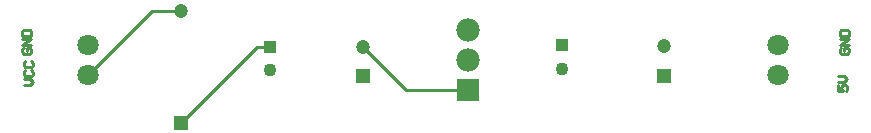
<source format=gtl>
G04*
G04 #@! TF.GenerationSoftware,Altium Limited,Altium Designer,25.1.2 (22)*
G04*
G04 Layer_Physical_Order=1*
G04 Layer_Color=255*
%FSLAX44Y44*%
%MOMM*%
G71*
G04*
G04 #@! TF.SameCoordinates,1A916D9B-B9E1-405E-A4A7-EFB9F428AACD*
G04*
G04*
G04 #@! TF.FilePolarity,Positive*
G04*
G01*
G75*
%ADD12C,0.2540*%
%ADD20C,1.8000*%
%ADD21C,1.1000*%
%ADD22R,1.1000X1.1000*%
%ADD23R,1.9800X1.9800*%
%ADD24C,1.9800*%
%ADD25R,1.2000X1.2000*%
%ADD26C,1.2000*%
D12*
X333610Y-115570D02*
X386080D01*
X297180Y-79140D02*
X333610Y-115570D01*
X64770Y-102870D02*
X119130Y-48510D01*
X143510D01*
X207960Y-79060D02*
X218440D01*
X143510Y-143510D02*
X207960Y-79060D01*
X10162Y-80012D02*
X8892Y-81281D01*
Y-83820D01*
X10162Y-85090D01*
X15240D01*
X16510Y-83820D01*
Y-81281D01*
X15240Y-80012D01*
X12701D01*
Y-82551D01*
X16510Y-77473D02*
X8892D01*
X16510Y-72394D01*
X8892D01*
Y-69855D02*
X16510D01*
Y-66046D01*
X15240Y-64777D01*
X10162D01*
X8892Y-66046D01*
Y-69855D01*
X10163Y-111760D02*
X15241D01*
X17780Y-109221D01*
X15241Y-106682D01*
X10163D01*
X11432Y-99064D02*
X10163Y-100334D01*
Y-102873D01*
X11432Y-104143D01*
X16510D01*
X17780Y-102873D01*
Y-100334D01*
X16510Y-99064D01*
X11432Y-91447D02*
X10163Y-92716D01*
Y-95255D01*
X11432Y-96525D01*
X16510D01*
X17780Y-95255D01*
Y-92716D01*
X16510Y-91447D01*
X699772Y-111762D02*
Y-116840D01*
X703581D01*
X702312Y-114301D01*
Y-113031D01*
X703581Y-111762D01*
X706120D01*
X707390Y-113031D01*
Y-115570D01*
X706120Y-116840D01*
X699772Y-109222D02*
X704851D01*
X707390Y-106683D01*
X704851Y-104144D01*
X699772D01*
X702312Y-80012D02*
X701042Y-81281D01*
Y-83820D01*
X702312Y-85090D01*
X707390D01*
X708660Y-83820D01*
Y-81281D01*
X707390Y-80012D01*
X704851D01*
Y-82551D01*
X708660Y-77473D02*
X701042D01*
X708660Y-72394D01*
X701042D01*
Y-69855D02*
X708660D01*
Y-66046D01*
X707390Y-64777D01*
X702312D01*
X701042Y-66046D01*
Y-69855D01*
D20*
X648970Y-102870D02*
D03*
Y-77470D02*
D03*
X64770Y-102870D02*
D03*
Y-77470D02*
D03*
D21*
X218440Y-99060D02*
D03*
X466090Y-97790D02*
D03*
D22*
X218440Y-79060D02*
D03*
X466090Y-77790D02*
D03*
D23*
X386080Y-115570D02*
D03*
D24*
Y-90070D02*
D03*
Y-64570D02*
D03*
D25*
X143510Y-143510D02*
D03*
X552450Y-103740D02*
D03*
X297180Y-104140D02*
D03*
D26*
X143510Y-48510D02*
D03*
X552450Y-78740D02*
D03*
X297180Y-79140D02*
D03*
M02*

</source>
